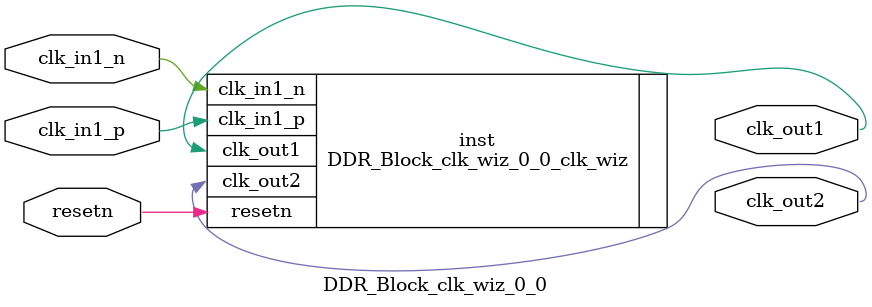
<source format=v>


`timescale 1ps/1ps

(* CORE_GENERATION_INFO = "DDR_Block_clk_wiz_0_0,clk_wiz_v6_0_2_0_0,{component_name=DDR_Block_clk_wiz_0_0,use_phase_alignment=true,use_min_o_jitter=false,use_max_i_jitter=false,use_dyn_phase_shift=false,use_inclk_switchover=false,use_dyn_reconfig=false,enable_axi=0,feedback_source=FDBK_AUTO,PRIMITIVE=MMCM,num_out_clk=2,clkin1_period=5.000,clkin2_period=10.0,use_power_down=false,use_reset=true,use_locked=false,use_inclk_stopped=false,feedback_type=SINGLE,CLOCK_MGR_TYPE=NA,manual_override=false}" *)

module DDR_Block_clk_wiz_0_0 
 (
  // Clock out ports
  output        clk_out1,
  output        clk_out2,
  // Status and control signals
  input         resetn,
 // Clock in ports
  input         clk_in1_p,
  input         clk_in1_n
 );

  DDR_Block_clk_wiz_0_0_clk_wiz inst
  (
  // Clock out ports  
  .clk_out1(clk_out1),
  .clk_out2(clk_out2),
  // Status and control signals               
  .resetn(resetn), 
 // Clock in ports
  .clk_in1_p(clk_in1_p),
  .clk_in1_n(clk_in1_n)
  );

endmodule

</source>
